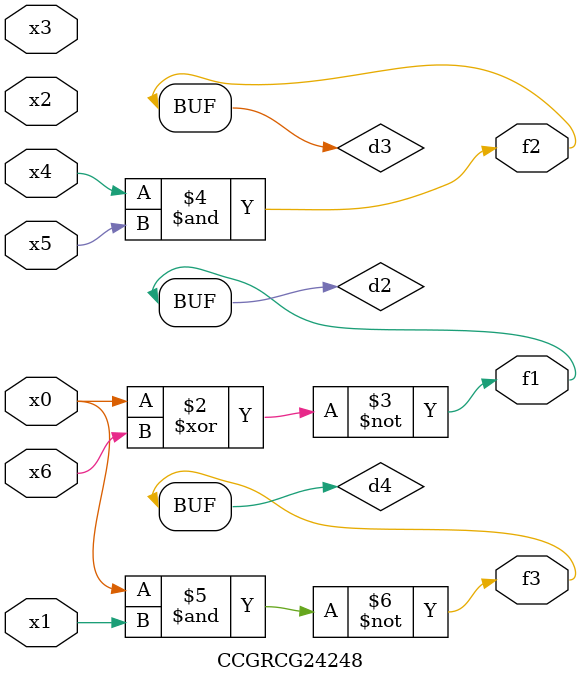
<source format=v>
module CCGRCG24248(
	input x0, x1, x2, x3, x4, x5, x6,
	output f1, f2, f3
);

	wire d1, d2, d3, d4;

	nor (d1, x0);
	xnor (d2, x0, x6);
	and (d3, x4, x5);
	nand (d4, x0, x1);
	assign f1 = d2;
	assign f2 = d3;
	assign f3 = d4;
endmodule

</source>
